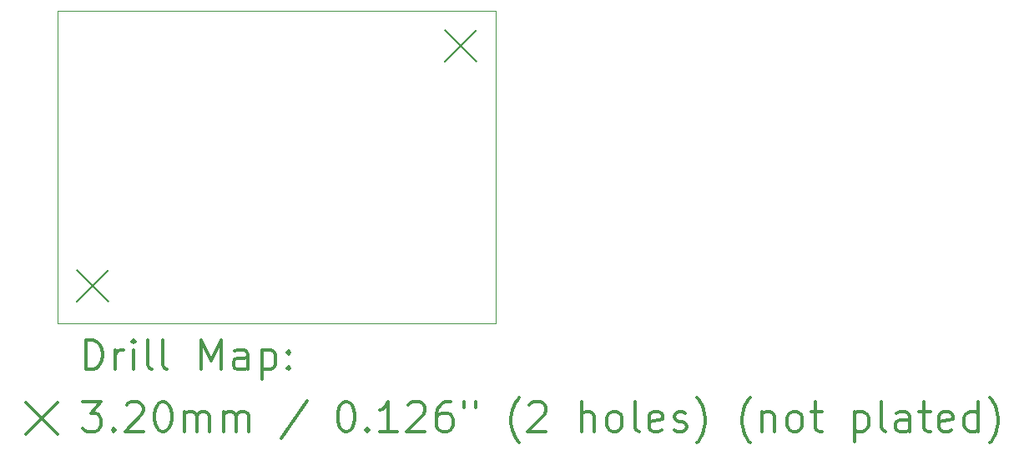
<source format=gbr>
%FSLAX45Y45*%
G04 Gerber Fmt 4.5, Leading zero omitted, Abs format (unit mm)*
G04 Created by KiCad (PCBNEW (5.1.7)-1) date 2021-07-20 15:05:22*
%MOMM*%
%LPD*%
G01*
G04 APERTURE LIST*
%TA.AperFunction,Profile*%
%ADD10C,0.050000*%
%TD*%
%ADD11C,0.200000*%
%ADD12C,0.300000*%
G04 APERTURE END LIST*
D10*
X11645900Y-8940800D02*
X16090900Y-8940800D01*
X16090900Y-8940800D02*
X16090900Y-12115800D01*
X11645900Y-12115800D02*
X16090900Y-12115800D01*
X11645900Y-8940800D02*
X11645900Y-12115800D01*
D11*
X11841500Y-11574800D02*
X12161500Y-11894800D01*
X12161500Y-11574800D02*
X11841500Y-11894800D01*
X15575300Y-9136400D02*
X15895300Y-9456400D01*
X15895300Y-9136400D02*
X15575300Y-9456400D01*
D12*
X11929828Y-12584014D02*
X11929828Y-12284014D01*
X12001257Y-12284014D01*
X12044114Y-12298300D01*
X12072686Y-12326871D01*
X12086971Y-12355443D01*
X12101257Y-12412586D01*
X12101257Y-12455443D01*
X12086971Y-12512586D01*
X12072686Y-12541157D01*
X12044114Y-12569729D01*
X12001257Y-12584014D01*
X11929828Y-12584014D01*
X12229828Y-12584014D02*
X12229828Y-12384014D01*
X12229828Y-12441157D02*
X12244114Y-12412586D01*
X12258400Y-12398300D01*
X12286971Y-12384014D01*
X12315543Y-12384014D01*
X12415543Y-12584014D02*
X12415543Y-12384014D01*
X12415543Y-12284014D02*
X12401257Y-12298300D01*
X12415543Y-12312586D01*
X12429828Y-12298300D01*
X12415543Y-12284014D01*
X12415543Y-12312586D01*
X12601257Y-12584014D02*
X12572686Y-12569729D01*
X12558400Y-12541157D01*
X12558400Y-12284014D01*
X12758400Y-12584014D02*
X12729828Y-12569729D01*
X12715543Y-12541157D01*
X12715543Y-12284014D01*
X13101257Y-12584014D02*
X13101257Y-12284014D01*
X13201257Y-12498300D01*
X13301257Y-12284014D01*
X13301257Y-12584014D01*
X13572686Y-12584014D02*
X13572686Y-12426871D01*
X13558400Y-12398300D01*
X13529828Y-12384014D01*
X13472686Y-12384014D01*
X13444114Y-12398300D01*
X13572686Y-12569729D02*
X13544114Y-12584014D01*
X13472686Y-12584014D01*
X13444114Y-12569729D01*
X13429828Y-12541157D01*
X13429828Y-12512586D01*
X13444114Y-12484014D01*
X13472686Y-12469729D01*
X13544114Y-12469729D01*
X13572686Y-12455443D01*
X13715543Y-12384014D02*
X13715543Y-12684014D01*
X13715543Y-12398300D02*
X13744114Y-12384014D01*
X13801257Y-12384014D01*
X13829828Y-12398300D01*
X13844114Y-12412586D01*
X13858400Y-12441157D01*
X13858400Y-12526871D01*
X13844114Y-12555443D01*
X13829828Y-12569729D01*
X13801257Y-12584014D01*
X13744114Y-12584014D01*
X13715543Y-12569729D01*
X13986971Y-12555443D02*
X14001257Y-12569729D01*
X13986971Y-12584014D01*
X13972686Y-12569729D01*
X13986971Y-12555443D01*
X13986971Y-12584014D01*
X13986971Y-12398300D02*
X14001257Y-12412586D01*
X13986971Y-12426871D01*
X13972686Y-12412586D01*
X13986971Y-12398300D01*
X13986971Y-12426871D01*
X11323400Y-12918300D02*
X11643400Y-13238300D01*
X11643400Y-12918300D02*
X11323400Y-13238300D01*
X11901257Y-12914014D02*
X12086971Y-12914014D01*
X11986971Y-13028300D01*
X12029828Y-13028300D01*
X12058400Y-13042586D01*
X12072686Y-13056871D01*
X12086971Y-13085443D01*
X12086971Y-13156871D01*
X12072686Y-13185443D01*
X12058400Y-13199729D01*
X12029828Y-13214014D01*
X11944114Y-13214014D01*
X11915543Y-13199729D01*
X11901257Y-13185443D01*
X12215543Y-13185443D02*
X12229828Y-13199729D01*
X12215543Y-13214014D01*
X12201257Y-13199729D01*
X12215543Y-13185443D01*
X12215543Y-13214014D01*
X12344114Y-12942586D02*
X12358400Y-12928300D01*
X12386971Y-12914014D01*
X12458400Y-12914014D01*
X12486971Y-12928300D01*
X12501257Y-12942586D01*
X12515543Y-12971157D01*
X12515543Y-12999729D01*
X12501257Y-13042586D01*
X12329828Y-13214014D01*
X12515543Y-13214014D01*
X12701257Y-12914014D02*
X12729828Y-12914014D01*
X12758400Y-12928300D01*
X12772686Y-12942586D01*
X12786971Y-12971157D01*
X12801257Y-13028300D01*
X12801257Y-13099729D01*
X12786971Y-13156871D01*
X12772686Y-13185443D01*
X12758400Y-13199729D01*
X12729828Y-13214014D01*
X12701257Y-13214014D01*
X12672686Y-13199729D01*
X12658400Y-13185443D01*
X12644114Y-13156871D01*
X12629828Y-13099729D01*
X12629828Y-13028300D01*
X12644114Y-12971157D01*
X12658400Y-12942586D01*
X12672686Y-12928300D01*
X12701257Y-12914014D01*
X12929828Y-13214014D02*
X12929828Y-13014014D01*
X12929828Y-13042586D02*
X12944114Y-13028300D01*
X12972686Y-13014014D01*
X13015543Y-13014014D01*
X13044114Y-13028300D01*
X13058400Y-13056871D01*
X13058400Y-13214014D01*
X13058400Y-13056871D02*
X13072686Y-13028300D01*
X13101257Y-13014014D01*
X13144114Y-13014014D01*
X13172686Y-13028300D01*
X13186971Y-13056871D01*
X13186971Y-13214014D01*
X13329828Y-13214014D02*
X13329828Y-13014014D01*
X13329828Y-13042586D02*
X13344114Y-13028300D01*
X13372686Y-13014014D01*
X13415543Y-13014014D01*
X13444114Y-13028300D01*
X13458400Y-13056871D01*
X13458400Y-13214014D01*
X13458400Y-13056871D02*
X13472686Y-13028300D01*
X13501257Y-13014014D01*
X13544114Y-13014014D01*
X13572686Y-13028300D01*
X13586971Y-13056871D01*
X13586971Y-13214014D01*
X14172686Y-12899729D02*
X13915543Y-13285443D01*
X14558400Y-12914014D02*
X14586971Y-12914014D01*
X14615543Y-12928300D01*
X14629828Y-12942586D01*
X14644114Y-12971157D01*
X14658400Y-13028300D01*
X14658400Y-13099729D01*
X14644114Y-13156871D01*
X14629828Y-13185443D01*
X14615543Y-13199729D01*
X14586971Y-13214014D01*
X14558400Y-13214014D01*
X14529828Y-13199729D01*
X14515543Y-13185443D01*
X14501257Y-13156871D01*
X14486971Y-13099729D01*
X14486971Y-13028300D01*
X14501257Y-12971157D01*
X14515543Y-12942586D01*
X14529828Y-12928300D01*
X14558400Y-12914014D01*
X14786971Y-13185443D02*
X14801257Y-13199729D01*
X14786971Y-13214014D01*
X14772686Y-13199729D01*
X14786971Y-13185443D01*
X14786971Y-13214014D01*
X15086971Y-13214014D02*
X14915543Y-13214014D01*
X15001257Y-13214014D02*
X15001257Y-12914014D01*
X14972686Y-12956871D01*
X14944114Y-12985443D01*
X14915543Y-12999729D01*
X15201257Y-12942586D02*
X15215543Y-12928300D01*
X15244114Y-12914014D01*
X15315543Y-12914014D01*
X15344114Y-12928300D01*
X15358400Y-12942586D01*
X15372686Y-12971157D01*
X15372686Y-12999729D01*
X15358400Y-13042586D01*
X15186971Y-13214014D01*
X15372686Y-13214014D01*
X15629828Y-12914014D02*
X15572686Y-12914014D01*
X15544114Y-12928300D01*
X15529828Y-12942586D01*
X15501257Y-12985443D01*
X15486971Y-13042586D01*
X15486971Y-13156871D01*
X15501257Y-13185443D01*
X15515543Y-13199729D01*
X15544114Y-13214014D01*
X15601257Y-13214014D01*
X15629828Y-13199729D01*
X15644114Y-13185443D01*
X15658400Y-13156871D01*
X15658400Y-13085443D01*
X15644114Y-13056871D01*
X15629828Y-13042586D01*
X15601257Y-13028300D01*
X15544114Y-13028300D01*
X15515543Y-13042586D01*
X15501257Y-13056871D01*
X15486971Y-13085443D01*
X15772686Y-12914014D02*
X15772686Y-12971157D01*
X15886971Y-12914014D02*
X15886971Y-12971157D01*
X16329828Y-13328300D02*
X16315543Y-13314014D01*
X16286971Y-13271157D01*
X16272686Y-13242586D01*
X16258400Y-13199729D01*
X16244114Y-13128300D01*
X16244114Y-13071157D01*
X16258400Y-12999729D01*
X16272686Y-12956871D01*
X16286971Y-12928300D01*
X16315543Y-12885443D01*
X16329828Y-12871157D01*
X16429828Y-12942586D02*
X16444114Y-12928300D01*
X16472686Y-12914014D01*
X16544114Y-12914014D01*
X16572686Y-12928300D01*
X16586971Y-12942586D01*
X16601257Y-12971157D01*
X16601257Y-12999729D01*
X16586971Y-13042586D01*
X16415543Y-13214014D01*
X16601257Y-13214014D01*
X16958400Y-13214014D02*
X16958400Y-12914014D01*
X17086971Y-13214014D02*
X17086971Y-13056871D01*
X17072686Y-13028300D01*
X17044114Y-13014014D01*
X17001257Y-13014014D01*
X16972686Y-13028300D01*
X16958400Y-13042586D01*
X17272686Y-13214014D02*
X17244114Y-13199729D01*
X17229828Y-13185443D01*
X17215543Y-13156871D01*
X17215543Y-13071157D01*
X17229828Y-13042586D01*
X17244114Y-13028300D01*
X17272686Y-13014014D01*
X17315543Y-13014014D01*
X17344114Y-13028300D01*
X17358400Y-13042586D01*
X17372686Y-13071157D01*
X17372686Y-13156871D01*
X17358400Y-13185443D01*
X17344114Y-13199729D01*
X17315543Y-13214014D01*
X17272686Y-13214014D01*
X17544114Y-13214014D02*
X17515543Y-13199729D01*
X17501257Y-13171157D01*
X17501257Y-12914014D01*
X17772686Y-13199729D02*
X17744114Y-13214014D01*
X17686971Y-13214014D01*
X17658400Y-13199729D01*
X17644114Y-13171157D01*
X17644114Y-13056871D01*
X17658400Y-13028300D01*
X17686971Y-13014014D01*
X17744114Y-13014014D01*
X17772686Y-13028300D01*
X17786971Y-13056871D01*
X17786971Y-13085443D01*
X17644114Y-13114014D01*
X17901257Y-13199729D02*
X17929828Y-13214014D01*
X17986971Y-13214014D01*
X18015543Y-13199729D01*
X18029828Y-13171157D01*
X18029828Y-13156871D01*
X18015543Y-13128300D01*
X17986971Y-13114014D01*
X17944114Y-13114014D01*
X17915543Y-13099729D01*
X17901257Y-13071157D01*
X17901257Y-13056871D01*
X17915543Y-13028300D01*
X17944114Y-13014014D01*
X17986971Y-13014014D01*
X18015543Y-13028300D01*
X18129828Y-13328300D02*
X18144114Y-13314014D01*
X18172686Y-13271157D01*
X18186971Y-13242586D01*
X18201257Y-13199729D01*
X18215543Y-13128300D01*
X18215543Y-13071157D01*
X18201257Y-12999729D01*
X18186971Y-12956871D01*
X18172686Y-12928300D01*
X18144114Y-12885443D01*
X18129828Y-12871157D01*
X18672686Y-13328300D02*
X18658400Y-13314014D01*
X18629828Y-13271157D01*
X18615543Y-13242586D01*
X18601257Y-13199729D01*
X18586971Y-13128300D01*
X18586971Y-13071157D01*
X18601257Y-12999729D01*
X18615543Y-12956871D01*
X18629828Y-12928300D01*
X18658400Y-12885443D01*
X18672686Y-12871157D01*
X18786971Y-13014014D02*
X18786971Y-13214014D01*
X18786971Y-13042586D02*
X18801257Y-13028300D01*
X18829828Y-13014014D01*
X18872686Y-13014014D01*
X18901257Y-13028300D01*
X18915543Y-13056871D01*
X18915543Y-13214014D01*
X19101257Y-13214014D02*
X19072686Y-13199729D01*
X19058400Y-13185443D01*
X19044114Y-13156871D01*
X19044114Y-13071157D01*
X19058400Y-13042586D01*
X19072686Y-13028300D01*
X19101257Y-13014014D01*
X19144114Y-13014014D01*
X19172686Y-13028300D01*
X19186971Y-13042586D01*
X19201257Y-13071157D01*
X19201257Y-13156871D01*
X19186971Y-13185443D01*
X19172686Y-13199729D01*
X19144114Y-13214014D01*
X19101257Y-13214014D01*
X19286971Y-13014014D02*
X19401257Y-13014014D01*
X19329828Y-12914014D02*
X19329828Y-13171157D01*
X19344114Y-13199729D01*
X19372686Y-13214014D01*
X19401257Y-13214014D01*
X19729828Y-13014014D02*
X19729828Y-13314014D01*
X19729828Y-13028300D02*
X19758400Y-13014014D01*
X19815543Y-13014014D01*
X19844114Y-13028300D01*
X19858400Y-13042586D01*
X19872686Y-13071157D01*
X19872686Y-13156871D01*
X19858400Y-13185443D01*
X19844114Y-13199729D01*
X19815543Y-13214014D01*
X19758400Y-13214014D01*
X19729828Y-13199729D01*
X20044114Y-13214014D02*
X20015543Y-13199729D01*
X20001257Y-13171157D01*
X20001257Y-12914014D01*
X20286971Y-13214014D02*
X20286971Y-13056871D01*
X20272686Y-13028300D01*
X20244114Y-13014014D01*
X20186971Y-13014014D01*
X20158400Y-13028300D01*
X20286971Y-13199729D02*
X20258400Y-13214014D01*
X20186971Y-13214014D01*
X20158400Y-13199729D01*
X20144114Y-13171157D01*
X20144114Y-13142586D01*
X20158400Y-13114014D01*
X20186971Y-13099729D01*
X20258400Y-13099729D01*
X20286971Y-13085443D01*
X20386971Y-13014014D02*
X20501257Y-13014014D01*
X20429828Y-12914014D02*
X20429828Y-13171157D01*
X20444114Y-13199729D01*
X20472686Y-13214014D01*
X20501257Y-13214014D01*
X20715543Y-13199729D02*
X20686971Y-13214014D01*
X20629828Y-13214014D01*
X20601257Y-13199729D01*
X20586971Y-13171157D01*
X20586971Y-13056871D01*
X20601257Y-13028300D01*
X20629828Y-13014014D01*
X20686971Y-13014014D01*
X20715543Y-13028300D01*
X20729828Y-13056871D01*
X20729828Y-13085443D01*
X20586971Y-13114014D01*
X20986971Y-13214014D02*
X20986971Y-12914014D01*
X20986971Y-13199729D02*
X20958400Y-13214014D01*
X20901257Y-13214014D01*
X20872686Y-13199729D01*
X20858400Y-13185443D01*
X20844114Y-13156871D01*
X20844114Y-13071157D01*
X20858400Y-13042586D01*
X20872686Y-13028300D01*
X20901257Y-13014014D01*
X20958400Y-13014014D01*
X20986971Y-13028300D01*
X21101257Y-13328300D02*
X21115543Y-13314014D01*
X21144114Y-13271157D01*
X21158400Y-13242586D01*
X21172686Y-13199729D01*
X21186971Y-13128300D01*
X21186971Y-13071157D01*
X21172686Y-12999729D01*
X21158400Y-12956871D01*
X21144114Y-12928300D01*
X21115543Y-12885443D01*
X21101257Y-12871157D01*
M02*

</source>
